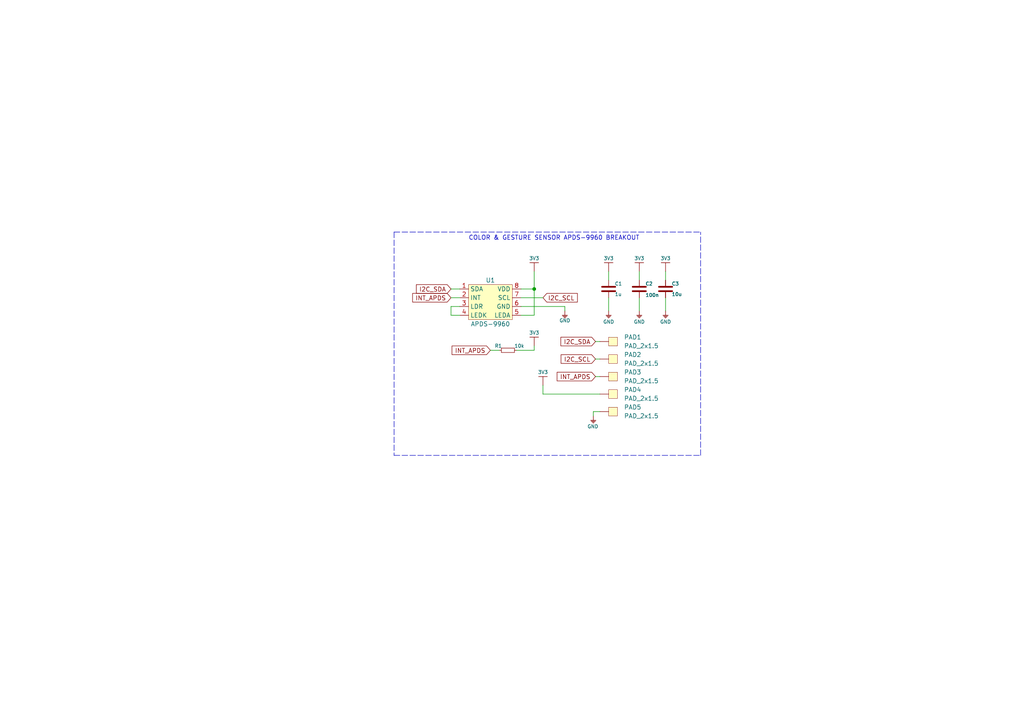
<source format=kicad_sch>
(kicad_sch (version 20211123) (generator eeschema)
  (paper "A4")
  (title_block (title "Soldered Inkplate PLUS2") (date "2023-04-13") (rev "V1.1.0.") (company "SOLDERED"))
  (lib_symbols
    (symbol "0603C_1" (pin_numbers hide) (pin_names (offset 0.002))
      (property "Reference" "C" (at 0 3.81 0))
      (property "Value" "0603C_1" (at 0 -3.175 0))
      (symbol "0603C_1_0_1"
        (polyline (pts (xy -0.635 1.905) (xy -0.635 -1.905)) (stroke (width 0.5)))
        (polyline (pts (xy 0.635 1.905) (xy 0.635 -1.905)) (stroke (width 0.5)))
      )
      (symbol "0603C_1_1_1"
        (pin passive line (at -2.54 0 0) (length 1.9) (name "~") (number "1"))
        (pin passive line (at 2.54 0 180) (length 1.9) (name "~") (number "2"))
      )
    )
    (symbol "e-radionica.com schematics:0603C" (pin_numbers hide) (pin_names (offset 0.002))
      (property "Reference" "C" (at 0 3.81 0))
      (property "Value" "0603C" (at 0 -3.175 0))
      (symbol "0603C_0_1"
        (polyline (pts (xy -0.635 1.905) (xy -0.635 -1.905)) (stroke (width 0.5)))
        (polyline (pts (xy 0.635 1.905) (xy 0.635 -1.905)) (stroke (width 0.5)))
      )
      (symbol "0603C_1_1"
        (pin passive line (at -2.54 0 0) (length 1.9) (name "~") (number "1"))
        (pin passive line (at 2.54 0 180) (length 1.9) (name "~") (number "2"))
      )
    )
    (symbol "e-radionica.com schematics:0603R" (pin_numbers hide) (pin_names (offset 0.254))
      (property "Reference" "R" (at 0 1.27 0))
      (property "Value" "0603R" (at 0 -1.905 0))
      (symbol "0603R_0_1"
        (rectangle (start -1.905 0.635) (end 1.905 -0.635) (stroke (width 0.15)))
      )
      (symbol "0603R_1_1"
        (pin passive line (at -2.54 0 0) (length 0.63) (name "~") (number "1"))
        (pin passive line (at 2.54 0 180) (length 0.63) (name "~") (number "2"))
      )
    )
    (symbol "e-radionica.com schematics:1206C" (pin_numbers hide)
      (property "Reference" "C" (at 0 3.81 0))
      (property "Value" "1206C" (at 0 -3.175 0))
      (symbol "1206C_0_1"
        (polyline (pts (xy -0.635 1.905) (xy -0.635 -1.905)) (stroke (width 0.5)))
        (polyline (pts (xy 0.635 1.905) (xy 0.635 -1.905)) (stroke (width 0.5)))
      )
      (symbol "1206C_1_1"
        (pin passive line (at -2.54 0 0) (length 1.9) (name "~") (number "1"))
        (pin passive line (at 2.54 0 180) (length 1.9) (name "~") (number "2"))
      )
    )
    (symbol "e-radionica.com schematics:3V3" (power) (pin_names (offset 0))
      (property "Value" "3V3" (at 0 3.556 0))
      (symbol "3V3_0_1"
        (polyline (pts (xy -1.27 2.54) (xy 1.27 2.54)) (stroke (width 0.16)))
        (polyline (pts (xy 0 0) (xy 0 2.54)))
      )
      (symbol "3V3_1_1"
        (pin power_in line (at 0 0 90) (length 0) hide (name "3V3") (number "1"))
      )
    )
    (symbol "e-radionica.com schematics:APDS-9960"
      (property "Reference" "U" (at 0 6.35 0))
      (property "Value" "APDS-9960" (at 0 -6.35 0))
      (symbol "APDS-9960_0_1"
        (rectangle (start -6.35 5.08) (end 6.35 -5.08) (stroke (width 0.1)) (fill (type background)))
      )
      (symbol "APDS-9960_1_1"
        (pin bidirectional line (at -8.89 3.81 0) (length 2.54) (name "SDA") (number "1"))
        (pin bidirectional line (at -8.89 1.27 0) (length 2.54) (name "INT") (number "2"))
        (pin bidirectional line (at -8.89 -1.27 0) (length 2.54) (name "LDR") (number "3"))
        (pin bidirectional line (at -8.89 -3.81 0) (length 2.54) (name "LEDK") (number "4"))
        (pin bidirectional line (at 8.89 -3.81 180) (length 2.54) (name "LEDA") (number "5"))
        (pin power_in line (at 8.89 -1.27 180) (length 2.54) (name "GND") (number "6"))
        (pin bidirectional line (at 8.89 1.27 180) (length 2.54) (name "SCL") (number "7"))
        (pin power_in line (at 8.89 3.81 180) (length 2.54) (name "VDD") (number "8"))
      )
    )
    (symbol "e-radionica.com schematics:GND" (power) (pin_names (offset 0))
      (property "Value" "GND" (at 0 -2.921 0))
      (symbol "GND_0_1"
        (polyline (pts (xy -0.762 -1.27) (xy 0.762 -1.27)) (stroke (width 0.16)))
        (polyline (pts (xy -0.635 -1.524) (xy 0.635 -1.524)) (stroke (width 0.16)))
        (polyline (pts (xy -0.381 -1.778) (xy 0.381 -1.778)) (stroke (width 0.16)))
        (polyline (pts (xy -0.127 -2.032) (xy 0.127 -2.032)) (stroke (width 0.16)))
        (polyline (pts (xy 0 0) (xy 0 -1.27)) (stroke (width 0.16)))
      )
      (symbol "GND_1_1"
        (pin power_in line (at 0 0 270) (length 0) hide (name "GND") (number "1"))
      )
    )
    (symbol "e-radionica.com schematics:PAD_2x1.5" (pin_numbers hide) (pin_names hide)
      (property "Reference" "PAD" (at 0 2.54 0))
      (property "Value" "PAD_2x1.5" (at 0 -2.54 0))
      (symbol "PAD_2x1.5_0_1"
        (rectangle (start -1.27 1.27) (end 1.27 -1.27) (stroke (width 0.1)) (fill (type background)))
      )
      (symbol "PAD_2x1.5_1_1"
        (pin passive line (at -3.81 0 0) (length 2.54) (name "~") (number "1"))
      )
    )
  )
  (junction (at 154.94 83.82))
  (polyline (pts (xy 114.3 67.31) (xy 203.2 67.31)))
  (wire (pts (xy 130.81 88.9) (xy 133.35 88.9)))
  (wire (pts (xy 176.53 86.36) (xy 176.53 90.17)))
  (polyline (pts (xy 203.2 132.08) (xy 203.2 67.31)))
  (wire (pts (xy 163.83 90.17) (xy 163.83 88.9)))
  (wire (pts (xy 130.81 91.44) (xy 130.81 88.9)))
  (wire (pts (xy 172.72 99.06) (xy 173.99 99.06)))
  (wire (pts (xy 173.99 114.3) (xy 157.48 114.3)))
  (wire (pts (xy 149.86 101.6) (xy 154.94 101.6)))
  (wire (pts (xy 172.085 119.38) (xy 173.99 119.38)))
  (wire (pts (xy 154.94 91.44) (xy 154.94 83.82)))
  (wire (pts (xy 151.13 91.44) (xy 154.94 91.44)))
  (wire (pts (xy 172.72 109.22) (xy 173.99 109.22)))
  (wire (pts (xy 172.085 120.65) (xy 172.085 119.38)))
  (wire (pts (xy 172.72 104.14) (xy 173.99 104.14)))
  (wire (pts (xy 154.94 83.82) (xy 151.13 83.82)))
  (wire (pts (xy 176.53 78.74) (xy 176.53 81.28)))
  (wire (pts (xy 154.94 78.74) (xy 154.94 83.82)))
  (polyline (pts (xy 114.3 67.31) (xy 114.3 132.08)))
  (wire (pts (xy 130.81 86.36) (xy 133.35 86.36)))
  (wire (pts (xy 157.48 111.76) (xy 157.48 114.3)))
  (wire (pts (xy 193.04 78.74) (xy 193.04 81.28)))
  (wire (pts (xy 154.94 100.33) (xy 154.94 101.6)))
  (wire (pts (xy 142.24 101.6) (xy 144.78 101.6)))
  (wire (pts (xy 163.83 88.9) (xy 151.13 88.9)))
  (wire (pts (xy 130.81 83.82) (xy 133.35 83.82)))
  (wire (pts (xy 133.35 91.44) (xy 130.81 91.44)))
  (wire (pts (xy 185.42 78.74) (xy 185.42 81.28)))
  (wire (pts (xy 157.48 86.36) (xy 151.13 86.36)))
  (wire (pts (xy 185.42 86.36) (xy 185.42 90.17)))
  (wire (pts (xy 193.04 86.36) (xy 193.04 90.17)))
  (polyline (pts (xy 114.3 132.08) (xy 203.2 132.08)))
  (text "COLOR & GESTURE SENSOR APDS-9960 BREAKOUT" (at 135.89 69.85 0) (effects (font (size 1.27 1.27)) (justify left bottom)))
  (global_label "I2C_SDA" (shape input) (at 130.81 83.82 180) (property "Intersheet References" "${INTERSHEET_REFS}" (effects hide)))
  (global_label "I2C_SCL" (shape input) (at 172.72 104.14 180) (property "Intersheet References" "${INTERSHEET_REFS}" (effects hide)))
  (global_label "INT_APDS" (shape input) (at 130.81 86.36 180) (property "Intersheet References" "${INTERSHEET_REFS}" (effects hide)))
  (global_label "I2C_SCL" (shape input) (at 157.48 86.36 0) (property "Intersheet References" "${INTERSHEET_REFS}" (effects hide)))
  (global_label "INT_APDS" (shape input) (at 172.72 109.22 180) (property "Intersheet References" "${INTERSHEET_REFS}" (effects hide)))
  (global_label "I2C_SDA" (shape input) (at 172.72 99.06 180) (property "Intersheet References" "${INTERSHEET_REFS}" (effects hide)))
  (global_label "INT_APDS" (shape input) (at 142.24 101.6 180) (property "Intersheet References" "${INTERSHEET_REFS}" (effects hide)))
  (symbol (lib_id "e-radionica.com schematics:GND") (at 185.42 90.17 0) (unit 1)
    (property "Reference" "#PWR0108" (effects hide))
    (property "Value" "GND" (at 185.42 93.345 0) (effects (font (size 1 1))))
  )
  (symbol (lib_id "e-radionica.com schematics:APDS-9960") (at 142.24 87.63 0) (unit 1)
    (property "Reference" "U1" (at 142.24 81.28 0))
    (property "Value" "APDS-9960" (at 142.24 93.98 0))
    (property "Footprint" "e-radionica.com footprinti:APDS-9960" (effects hide))
  )
  (symbol (lib_id "e-radionica.com schematics:PAD_2x1.5") (at 177.8 104.14 0) (unit 1)
    (property "Reference" "PAD2" (at 180.975 102.8699 0) (effects (justify left)))
    (property "Value" "PAD_2x1.5" (at 180.975 105.4099 0) (effects (justify left)))
    (property "Footprint" "e-radionica.com footprinti:PAD_2x1.5" (effects hide))
  )
  (symbol (lib_id "e-radionica.com schematics:3V3") (at 193.04 78.74 0) (unit 1)
    (property "Reference" "#PWR0101" (effects hide))
    (property "Value" "3V3" (at 193.04 74.93 0) (effects (font (size 1 1))))
  )
  (symbol (lib_id "e-radionica.com schematics:GND") (at 172.085 120.65 0) (unit 1)
    (property "Reference" "#PWR0111" (effects hide))
    (property "Value" "GND" (at 171.958 123.698 0) (effects (font (size 1 1))))
  )
  (symbol (lib_id "e-radionica.com schematics:GND") (at 163.83 90.17 0) (unit 1)
    (property "Reference" "#PWR0105" (effects hide))
    (property "Value" "GND" (at 163.83 92.964 0) (effects (font (size 1 1))))
  )
  (symbol (lib_id "e-radionica.com schematics:1206C") (at 193.04 83.82 90) (unit 1)
    (property "Reference" "C3" (at 194.818 82.296 90) (effects (font (size 1 1)) (justify right)))
    (property "Value" "10u" (at 194.818 85.344 90) (effects (font (size 1 1)) (justify right)))
    (property "Footprint" "e-radionica.com footprinti:1206C" (effects hide))
  )
  (symbol (lib_id "e-radionica.com schematics:PAD_2x1.5") (at 177.8 114.3 0) (unit 1)
    (property "Reference" "PAD4" (at 180.975 113.0299 0) (effects (justify left)))
    (property "Value" "PAD_2x1.5" (at 180.975 115.5699 0) (effects (justify left)))
    (property "Footprint" "e-radionica.com footprinti:PAD_2x1.5" (effects hide))
  )
  (symbol (lib_id "e-radionica.com schematics:3V3") (at 185.42 78.74 0) (unit 1)
    (property "Reference" "#PWR0104" (effects hide))
    (property "Value" "3V3" (at 185.42 74.93 0) (effects (font (size 1 1))))
  )
  (symbol (lib_id "e-radionica.com schematics:PAD_2x1.5") (at 177.8 119.38 0) (unit 1)
    (property "Reference" "PAD5" (at 180.975 118.1099 0) (effects (justify left)))
    (property "Value" "PAD_2x1.5" (at 180.975 120.6499 0) (effects (justify left)))
    (property "Footprint" "e-radionica.com footprinti:PAD_2x1.5" (effects hide))
  )
  (symbol (lib_id "e-radionica.com schematics:PAD_2x1.5") (at 177.8 99.06 0) (unit 1)
    (property "Reference" "PAD1" (at 180.975 97.7899 0) (effects (justify left)))
    (property "Value" "PAD_2x1.5" (at 180.975 100.3299 0) (effects (justify left)))
    (property "Footprint" "e-radionica.com footprinti:PAD_2x1.5" (effects hide))
  )
  (symbol (lib_id "e-radionica.com schematics:0603C") (at 185.42 83.82 90) (unit 1)
    (property "Reference" "C2" (at 187.198 82.296 90) (effects (font (size 1 1)) (justify right)))
    (property "Value" "100n" (at 187.198 85.598 90) (effects (font (size 1 1)) (justify right)))
    (property "Footprint" "e-radionica.com footprinti:0603C" (effects hide))
  )
  (symbol (lib_id "e-radionica.com schematics:3V3") (at 176.53 78.74 0) (unit 1)
    (property "Reference" "#PWR0103" (effects hide))
    (property "Value" "3V3" (at 176.53 74.93 0) (effects (font (size 1 1))))
  )
  (symbol (lib_id "e-radionica.com schematics:GND") (at 176.53 90.17 0) (unit 1)
    (property "Reference" "#PWR0109" (effects hide))
    (property "Value" "GND" (at 176.53 93.345 0) (effects (font (size 1 1))))
  )
  (symbol (lib_id "e-radionica.com schematics:3V3") (at 154.94 78.74 0) (unit 1)
    (property "Reference" "#PWR0107" (effects hide))
    (property "Value" "3V3" (at 154.94 74.93 0) (effects (font (size 1 1))))
  )
  (symbol (lib_name "0603C_1") (lib_id "e-radionica.com schematics:0603C") (at 176.53 83.82 90) (unit 1)
    (property "Reference" "C1" (at 178.308 82.296 90) (effects (font (size 1 1)) (justify right)))
    (property "Value" "1u" (at 178.308 85.344 90) (effects (font (size 1 1)) (justify right)))
    (property "Footprint" "e-radionica.com footprinti:0603C" (effects hide))
  )
  (symbol (lib_id "e-radionica.com schematics:PAD_2x1.5") (at 177.8 109.22 0) (unit 1)
    (property "Reference" "PAD3" (at 180.975 107.9499 0) (effects (justify left)))
    (property "Value" "PAD_2x1.5" (at 180.975 110.4899 0) (effects (justify left)))
    (property "Footprint" "e-radionica.com footprinti:PAD_2x1.5" (effects hide))
  )
  (symbol (lib_id "e-radionica.com schematics:3V3") (at 157.48 111.76 0) (unit 1)
    (property "Reference" "#PWR0102" (effects hide))
    (property "Value" "3V3" (at 157.48 107.95 0) (effects (font (size 1 1))))
  )
  (symbol (lib_id "e-radionica.com schematics:3V3") (at 154.94 100.33 0) (unit 1)
    (property "Reference" "#PWR0110" (effects hide))
    (property "Value" "3V3" (at 154.94 96.52 0) (effects (font (size 1 1))))
  )
  (symbol (lib_id "e-radionica.com schematics:GND") (at 193.04 90.17 0) (unit 1)
    (property "Reference" "#PWR0106" (effects hide))
    (property "Value" "GND" (at 193.04 93.345 0) (effects (font (size 1 1))))
  )
  (symbol (lib_id "e-radionica.com schematics:0603R") (at 147.32 101.6 0) (unit 1)
    (property "Reference" "R1" (at 144.526 100.33 0) (effects (font (size 1 1))))
    (property "Value" "10k" (at 150.622 100.33 0) (effects (font (size 1 1))))
    (property "Footprint" "e-radionica.com footprinti:0603R" (effects hide))
  )
)
</source>
